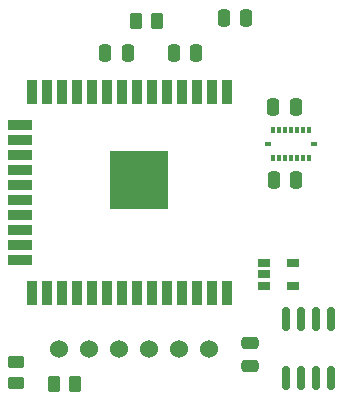
<source format=gbr>
G04 #@! TF.GenerationSoftware,KiCad,Pcbnew,7.0.2-6a45011f42~172~ubuntu22.04.1*
G04 #@! TF.CreationDate,2023-06-14T15:19:40+02:00*
G04 #@! TF.ProjectId,imu_module,696d755f-6d6f-4647-956c-652e6b696361,rev?*
G04 #@! TF.SameCoordinates,Original*
G04 #@! TF.FileFunction,Paste,Top*
G04 #@! TF.FilePolarity,Positive*
%FSLAX46Y46*%
G04 Gerber Fmt 4.6, Leading zero omitted, Abs format (unit mm)*
G04 Created by KiCad (PCBNEW 7.0.2-6a45011f42~172~ubuntu22.04.1) date 2023-06-14 15:19:40*
%MOMM*%
%LPD*%
G01*
G04 APERTURE LIST*
G04 Aperture macros list*
%AMRoundRect*
0 Rectangle with rounded corners*
0 $1 Rounding radius*
0 $2 $3 $4 $5 $6 $7 $8 $9 X,Y pos of 4 corners*
0 Add a 4 corners polygon primitive as box body*
4,1,4,$2,$3,$4,$5,$6,$7,$8,$9,$2,$3,0*
0 Add four circle primitives for the rounded corners*
1,1,$1+$1,$2,$3*
1,1,$1+$1,$4,$5*
1,1,$1+$1,$6,$7*
1,1,$1+$1,$8,$9*
0 Add four rect primitives between the rounded corners*
20,1,$1+$1,$2,$3,$4,$5,0*
20,1,$1+$1,$4,$5,$6,$7,0*
20,1,$1+$1,$6,$7,$8,$9,0*
20,1,$1+$1,$8,$9,$2,$3,0*%
G04 Aperture macros list end*
%ADD10RoundRect,0.250000X0.450000X-0.262500X0.450000X0.262500X-0.450000X0.262500X-0.450000X-0.262500X0*%
%ADD11RoundRect,0.250000X0.262500X0.450000X-0.262500X0.450000X-0.262500X-0.450000X0.262500X-0.450000X0*%
%ADD12R,0.350000X0.590000*%
%ADD13R,0.590000X0.350000*%
%ADD14RoundRect,0.250000X-0.250000X-0.475000X0.250000X-0.475000X0.250000X0.475000X-0.250000X0.475000X0*%
%ADD15RoundRect,0.250000X0.475000X-0.250000X0.475000X0.250000X-0.475000X0.250000X-0.475000X-0.250000X0*%
%ADD16C,1.524000*%
%ADD17RoundRect,0.150000X-0.150000X0.825000X-0.150000X-0.825000X0.150000X-0.825000X0.150000X0.825000X0*%
%ADD18R,5.000000X5.000000*%
%ADD19R,0.900000X2.000000*%
%ADD20R,2.000000X0.900000*%
%ADD21R,1.100000X0.650001*%
%ADD22RoundRect,0.250000X-0.262500X-0.450000X0.262500X-0.450000X0.262500X0.450000X-0.262500X0.450000X0*%
G04 APERTURE END LIST*
D10*
X1500000Y-32912500D03*
X1500000Y-31087500D03*
D11*
X6500000Y-33000000D03*
X4675000Y-33000000D03*
D12*
X26250000Y-11500000D03*
X25750000Y-11500000D03*
X25250000Y-11500000D03*
X24750000Y-11500000D03*
X24250000Y-11500000D03*
X23750000Y-11500000D03*
X23250000Y-11500000D03*
D13*
X22835000Y-12665000D03*
D12*
X23250000Y-13830000D03*
X23750000Y-13830000D03*
X24250000Y-13830000D03*
X24750000Y-13830000D03*
X25250000Y-13830000D03*
X25750000Y-13830000D03*
X26250000Y-13830000D03*
D13*
X26665000Y-12665000D03*
D14*
X19050000Y-2000000D03*
X20950000Y-2000000D03*
X14800000Y-5000000D03*
X16700000Y-5000000D03*
X9025000Y-5000000D03*
X10925000Y-5000000D03*
D15*
X21250000Y-31450000D03*
X21250000Y-29550000D03*
D16*
X5130000Y-30000000D03*
X7670000Y-30000000D03*
X10210000Y-30000000D03*
X12750000Y-30000000D03*
X15290000Y-30000000D03*
X17830000Y-30000000D03*
D17*
X28155000Y-27525000D03*
X26885000Y-27525000D03*
X25615000Y-27525000D03*
X24345000Y-27525000D03*
X24345000Y-32475000D03*
X25615000Y-32475000D03*
X26885000Y-32475000D03*
X28155000Y-32475000D03*
D18*
X11850000Y-15750000D03*
D19*
X19350000Y-25250000D03*
X18080000Y-25250000D03*
X16810000Y-25250000D03*
X15540000Y-25250000D03*
X14270000Y-25250000D03*
X13000000Y-25250000D03*
X11730000Y-25250000D03*
X10460000Y-25250000D03*
X9190000Y-25250000D03*
X7920000Y-25250000D03*
X6650000Y-25250000D03*
X5380000Y-25250000D03*
X4110000Y-25250000D03*
X2840000Y-25250000D03*
D20*
X1840000Y-22465000D03*
X1840000Y-21195000D03*
X1840000Y-19925000D03*
X1840000Y-18655000D03*
X1840000Y-17385000D03*
X1840000Y-16115000D03*
X1840000Y-14845000D03*
X1840000Y-13575000D03*
X1840000Y-12305000D03*
X1840000Y-11035000D03*
D19*
X2840000Y-8250000D03*
X4110000Y-8250000D03*
X5380000Y-8250000D03*
X6650000Y-8250000D03*
X7920000Y-8250000D03*
X9190000Y-8250000D03*
X10460000Y-8250000D03*
X11730000Y-8250000D03*
X13000000Y-8250000D03*
X14270000Y-8250000D03*
X15540000Y-8250000D03*
X16810000Y-8250000D03*
X18080000Y-8250000D03*
X19350000Y-8250000D03*
D21*
X22500000Y-22750000D03*
X22500000Y-23700001D03*
X22500000Y-24649999D03*
X24900000Y-24649999D03*
X24900000Y-22750000D03*
D22*
X11587500Y-2250000D03*
X13412500Y-2250000D03*
D14*
X23250000Y-9500000D03*
X25150000Y-9500000D03*
X23300000Y-15750000D03*
X25200000Y-15750000D03*
M02*

</source>
